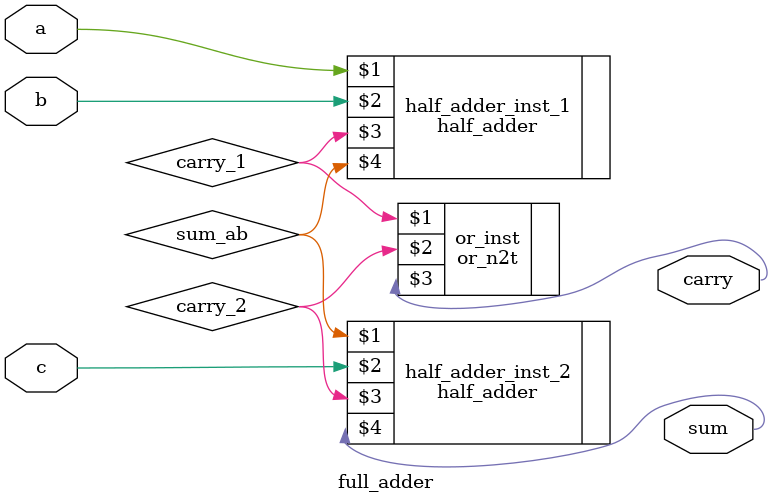
<source format=sv>
`ifndef half_adder
  `include "half_adder.sv"
`endif
`define full_adder 1

module full_adder(
  input  a,
  input  b,
  input  c,
  output carry,
  output sum
);

  wire sum_ab, carry_1, carry_2;
  half_adder #(1) half_adder_inst_1(a, b, carry_1, sum_ab);
  half_adder #(2) half_adder_inst_2(sum_ab, c, carry_2, sum);
  or_n2t #(3) or_inst(carry_1, carry_2, carry);

endmodule

</source>
